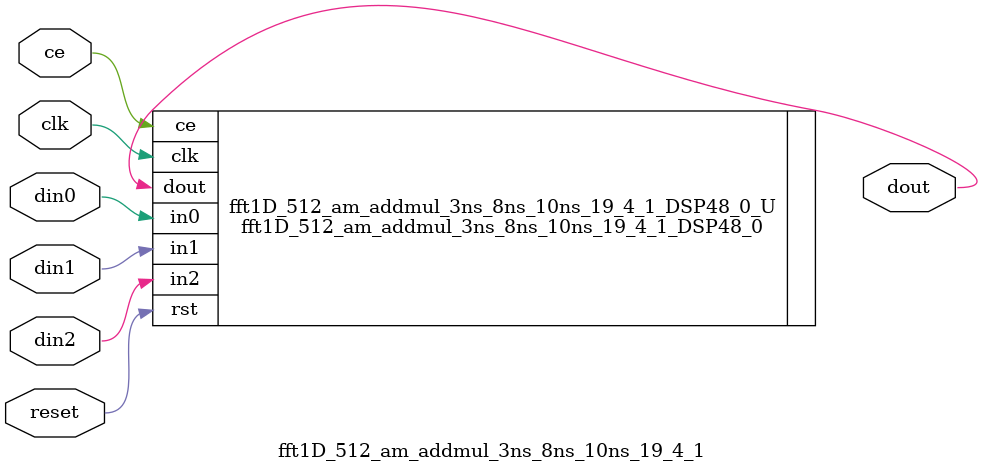
<source format=v>
module fft1D_512_am_addmul_3ns_8ns_10ns_19_4_1(clk,reset,ce,din0,din1,din2,dout); 
parameter ID = 32'd1;
parameter NUM_STAGE = 32'd1;
parameter din0_WIDTH = 32'd1;
parameter din1_WIDTH = 32'd1;
parameter din2_WIDTH = 32'd1;
parameter dout_WIDTH = 32'd1;
input clk;
input reset;
input ce;
input[din0_WIDTH - 1:0] din0;
input[din1_WIDTH - 1:0] din1;
input[din2_WIDTH - 1:0] din2;
output[dout_WIDTH - 1:0] dout;
fft1D_512_am_addmul_3ns_8ns_10ns_19_4_1_DSP48_0 fft1D_512_am_addmul_3ns_8ns_10ns_19_4_1_DSP48_0_U(.clk( clk ),.rst( reset ),.ce( ce ),.in0( din0 ),.in1( din1 ),.in2( din2 ),.dout( dout ));
endmodule
</source>
